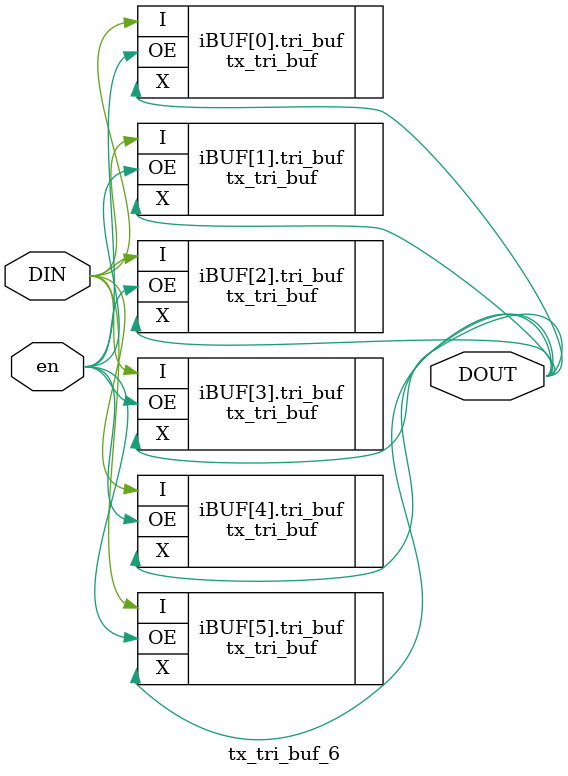
<source format=sv>
module tx_tri_buf_6(
    input wire logic DIN,
    input wire logic en,
    output wire logic DOUT 
);

		generate
			for (genvar i=0; i<6; i=i+1) begin: iBUF
			tx_tri_buf tri_buf (
		        // user-provided signals
		        .I(DIN), // Input
		        .X(DOUT), // Output
		        .OE(en) 
	        );
			end
		endgenerate

endmodule
</source>
